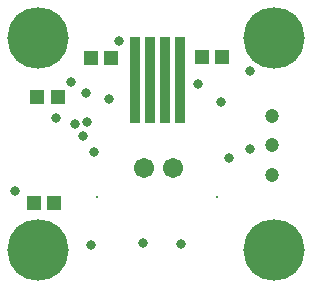
<source format=gbs>
%FSLAX24Y24*%
%MOIN*%
G70*
G01*
G75*
G04 Layer_Color=16711935*
%ADD10R,0.0433X0.0394*%
%ADD11R,0.0394X0.0433*%
%ADD12R,0.0827X0.0827*%
%ADD13O,0.0157X0.0094*%
%ADD14O,0.0094X0.0157*%
%ADD15C,0.0100*%
%ADD16C,0.1969*%
%ADD17C,0.0591*%
%ADD18C,0.0394*%
%ADD19C,0.0240*%
%ADD20R,0.0299X0.2835*%
%ADD21C,0.0098*%
%ADD22C,0.0005*%
%ADD23C,0.0020*%
%ADD24C,0.0060*%
%ADD25R,0.0513X0.0474*%
%ADD26R,0.0474X0.0513*%
%ADD27R,0.0907X0.0907*%
%ADD28O,0.0237X0.0174*%
%ADD29O,0.0174X0.0237*%
%ADD30C,0.2049*%
%ADD31C,0.0671*%
%ADD32C,0.0474*%
%ADD33C,0.0080*%
%ADD34C,0.0320*%
%ADD35R,0.0379X0.2915*%
D25*
X6143Y6446D02*
D03*
X5474D02*
D03*
X2417Y6411D02*
D03*
X1747D02*
D03*
X-24Y5130D02*
D03*
X645D02*
D03*
X529Y1588D02*
D03*
X-140D02*
D03*
D30*
X-0Y-0D02*
D03*
X7874D02*
D03*
Y7087D02*
D03*
X-0D02*
D03*
D31*
X3525Y2744D02*
D03*
X4509D02*
D03*
D32*
X7787Y2519D02*
D03*
Y4488D02*
D03*
Y3504D02*
D03*
D33*
X1967Y1774D02*
D03*
X5967D02*
D03*
D34*
X-787Y1995D02*
D03*
X1848Y3274D02*
D03*
X1510Y3823D02*
D03*
X2376Y5045D02*
D03*
X1623Y4268D02*
D03*
X6350Y3093D02*
D03*
X6094Y4931D02*
D03*
X593Y4429D02*
D03*
X5313Y5539D02*
D03*
X1589Y5250D02*
D03*
X1093Y5600D02*
D03*
X4746Y201D02*
D03*
X3478Y244D02*
D03*
X1750Y193D02*
D03*
X1233Y4225D02*
D03*
X7053Y3365D02*
D03*
Y5965D02*
D03*
X2697Y6969D02*
D03*
D35*
X4717Y5671D02*
D03*
X3217D02*
D03*
X3717D02*
D03*
X4217D02*
D03*
M02*

</source>
